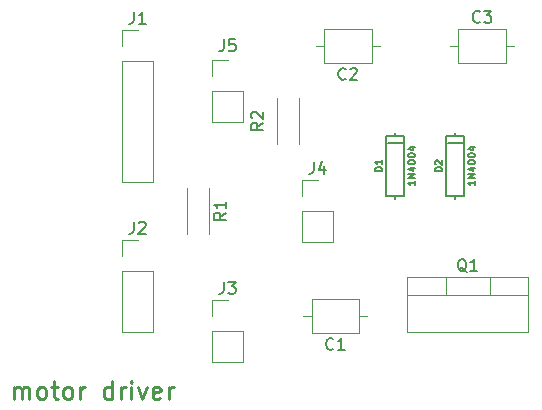
<source format=gbr>
%TF.GenerationSoftware,KiCad,Pcbnew,(6.0.4-0)*%
%TF.CreationDate,2022-05-15T14:18:18+03:00*%
%TF.ProjectId,Untitled,556e7469-746c-4656-942e-6b696361645f,rev?*%
%TF.SameCoordinates,Original*%
%TF.FileFunction,Legend,Top*%
%TF.FilePolarity,Positive*%
%FSLAX46Y46*%
G04 Gerber Fmt 4.6, Leading zero omitted, Abs format (unit mm)*
G04 Created by KiCad (PCBNEW (6.0.4-0)) date 2022-05-15 14:18:18*
%MOMM*%
%LPD*%
G01*
G04 APERTURE LIST*
%ADD10C,0.223800*%
%ADD11C,0.150000*%
%ADD12C,0.127000*%
%ADD13C,0.120000*%
%ADD14C,0.203200*%
G04 APERTURE END LIST*
D10*
X80987142Y-83228571D02*
X80987142Y-82228571D01*
X80987142Y-82371428D02*
X81058571Y-82300000D01*
X81201428Y-82228571D01*
X81415714Y-82228571D01*
X81558571Y-82300000D01*
X81630000Y-82442857D01*
X81630000Y-83228571D01*
X81630000Y-82442857D02*
X81701428Y-82300000D01*
X81844285Y-82228571D01*
X82058571Y-82228571D01*
X82201428Y-82300000D01*
X82272857Y-82442857D01*
X82272857Y-83228571D01*
X83201428Y-83228571D02*
X83058571Y-83157142D01*
X82987142Y-83085714D01*
X82915714Y-82942857D01*
X82915714Y-82514285D01*
X82987142Y-82371428D01*
X83058571Y-82300000D01*
X83201428Y-82228571D01*
X83415714Y-82228571D01*
X83558571Y-82300000D01*
X83630000Y-82371428D01*
X83701428Y-82514285D01*
X83701428Y-82942857D01*
X83630000Y-83085714D01*
X83558571Y-83157142D01*
X83415714Y-83228571D01*
X83201428Y-83228571D01*
X84130000Y-82228571D02*
X84701428Y-82228571D01*
X84344285Y-81728571D02*
X84344285Y-83014285D01*
X84415714Y-83157142D01*
X84558571Y-83228571D01*
X84701428Y-83228571D01*
X85415714Y-83228571D02*
X85272857Y-83157142D01*
X85201428Y-83085714D01*
X85130000Y-82942857D01*
X85130000Y-82514285D01*
X85201428Y-82371428D01*
X85272857Y-82300000D01*
X85415714Y-82228571D01*
X85630000Y-82228571D01*
X85772857Y-82300000D01*
X85844285Y-82371428D01*
X85915714Y-82514285D01*
X85915714Y-82942857D01*
X85844285Y-83085714D01*
X85772857Y-83157142D01*
X85630000Y-83228571D01*
X85415714Y-83228571D01*
X86558571Y-83228571D02*
X86558571Y-82228571D01*
X86558571Y-82514285D02*
X86630000Y-82371428D01*
X86701428Y-82300000D01*
X86844285Y-82228571D01*
X86987142Y-82228571D01*
X89272857Y-83228571D02*
X89272857Y-81728571D01*
X89272857Y-83157142D02*
X89130000Y-83228571D01*
X88844285Y-83228571D01*
X88701428Y-83157142D01*
X88630000Y-83085714D01*
X88558571Y-82942857D01*
X88558571Y-82514285D01*
X88630000Y-82371428D01*
X88701428Y-82300000D01*
X88844285Y-82228571D01*
X89130000Y-82228571D01*
X89272857Y-82300000D01*
X89987142Y-83228571D02*
X89987142Y-82228571D01*
X89987142Y-82514285D02*
X90058571Y-82371428D01*
X90130000Y-82300000D01*
X90272857Y-82228571D01*
X90415714Y-82228571D01*
X90915714Y-83228571D02*
X90915714Y-82228571D01*
X90915714Y-81728571D02*
X90844285Y-81800000D01*
X90915714Y-81871428D01*
X90987142Y-81800000D01*
X90915714Y-81728571D01*
X90915714Y-81871428D01*
X91487142Y-82228571D02*
X91844285Y-83228571D01*
X92201428Y-82228571D01*
X93344285Y-83157142D02*
X93201428Y-83228571D01*
X92915714Y-83228571D01*
X92772857Y-83157142D01*
X92701428Y-83014285D01*
X92701428Y-82442857D01*
X92772857Y-82300000D01*
X92915714Y-82228571D01*
X93201428Y-82228571D01*
X93344285Y-82300000D01*
X93415714Y-82442857D01*
X93415714Y-82585714D01*
X92701428Y-82728571D01*
X94058571Y-83228571D02*
X94058571Y-82228571D01*
X94058571Y-82514285D02*
X94130000Y-82371428D01*
X94201428Y-82300000D01*
X94344285Y-82228571D01*
X94487142Y-82228571D01*
D11*
%TO.C,C1*%
X108013333Y-78977142D02*
X107965714Y-79024761D01*
X107822857Y-79072380D01*
X107727619Y-79072380D01*
X107584761Y-79024761D01*
X107489523Y-78929523D01*
X107441904Y-78834285D01*
X107394285Y-78643809D01*
X107394285Y-78500952D01*
X107441904Y-78310476D01*
X107489523Y-78215238D01*
X107584761Y-78120000D01*
X107727619Y-78072380D01*
X107822857Y-78072380D01*
X107965714Y-78120000D01*
X108013333Y-78167619D01*
X108965714Y-79072380D02*
X108394285Y-79072380D01*
X108680000Y-79072380D02*
X108680000Y-78072380D01*
X108584761Y-78215238D01*
X108489523Y-78310476D01*
X108394285Y-78358095D01*
%TO.C,Q1*%
X119284761Y-72477619D02*
X119189523Y-72430000D01*
X119094285Y-72334761D01*
X118951428Y-72191904D01*
X118856190Y-72144285D01*
X118760952Y-72144285D01*
X118808571Y-72382380D02*
X118713333Y-72334761D01*
X118618095Y-72239523D01*
X118570476Y-72049047D01*
X118570476Y-71715714D01*
X118618095Y-71525238D01*
X118713333Y-71430000D01*
X118808571Y-71382380D01*
X118999047Y-71382380D01*
X119094285Y-71430000D01*
X119189523Y-71525238D01*
X119237142Y-71715714D01*
X119237142Y-72049047D01*
X119189523Y-72239523D01*
X119094285Y-72334761D01*
X118999047Y-72382380D01*
X118808571Y-72382380D01*
X120189523Y-72382380D02*
X119618095Y-72382380D01*
X119903809Y-72382380D02*
X119903809Y-71382380D01*
X119808571Y-71525238D01*
X119713333Y-71620476D01*
X119618095Y-71668095D01*
%TO.C,R2*%
X102052380Y-59856666D02*
X101576190Y-60190000D01*
X102052380Y-60428095D02*
X101052380Y-60428095D01*
X101052380Y-60047142D01*
X101100000Y-59951904D01*
X101147619Y-59904285D01*
X101242857Y-59856666D01*
X101385714Y-59856666D01*
X101480952Y-59904285D01*
X101528571Y-59951904D01*
X101576190Y-60047142D01*
X101576190Y-60428095D01*
X101147619Y-59475714D02*
X101100000Y-59428095D01*
X101052380Y-59332857D01*
X101052380Y-59094761D01*
X101100000Y-58999523D01*
X101147619Y-58951904D01*
X101242857Y-58904285D01*
X101338095Y-58904285D01*
X101480952Y-58951904D01*
X102052380Y-59523333D01*
X102052380Y-58904285D01*
%TO.C,R1*%
X98892380Y-67476666D02*
X98416190Y-67810000D01*
X98892380Y-68048095D02*
X97892380Y-68048095D01*
X97892380Y-67667142D01*
X97940000Y-67571904D01*
X97987619Y-67524285D01*
X98082857Y-67476666D01*
X98225714Y-67476666D01*
X98320952Y-67524285D01*
X98368571Y-67571904D01*
X98416190Y-67667142D01*
X98416190Y-68048095D01*
X98892380Y-66524285D02*
X98892380Y-67095714D01*
X98892380Y-66810000D02*
X97892380Y-66810000D01*
X98035238Y-66905238D01*
X98130476Y-67000476D01*
X98178095Y-67095714D01*
%TO.C,J5*%
X98726666Y-52792380D02*
X98726666Y-53506666D01*
X98679047Y-53649523D01*
X98583809Y-53744761D01*
X98440952Y-53792380D01*
X98345714Y-53792380D01*
X99679047Y-52792380D02*
X99202857Y-52792380D01*
X99155238Y-53268571D01*
X99202857Y-53220952D01*
X99298095Y-53173333D01*
X99536190Y-53173333D01*
X99631428Y-53220952D01*
X99679047Y-53268571D01*
X99726666Y-53363809D01*
X99726666Y-53601904D01*
X99679047Y-53697142D01*
X99631428Y-53744761D01*
X99536190Y-53792380D01*
X99298095Y-53792380D01*
X99202857Y-53744761D01*
X99155238Y-53697142D01*
%TO.C,J4*%
X106346666Y-63162380D02*
X106346666Y-63876666D01*
X106299047Y-64019523D01*
X106203809Y-64114761D01*
X106060952Y-64162380D01*
X105965714Y-64162380D01*
X107251428Y-63495714D02*
X107251428Y-64162380D01*
X107013333Y-63114761D02*
X106775238Y-63829047D01*
X107394285Y-63829047D01*
%TO.C,J3*%
X98726666Y-73322380D02*
X98726666Y-74036666D01*
X98679047Y-74179523D01*
X98583809Y-74274761D01*
X98440952Y-74322380D01*
X98345714Y-74322380D01*
X99107619Y-73322380D02*
X99726666Y-73322380D01*
X99393333Y-73703333D01*
X99536190Y-73703333D01*
X99631428Y-73750952D01*
X99679047Y-73798571D01*
X99726666Y-73893809D01*
X99726666Y-74131904D01*
X99679047Y-74227142D01*
X99631428Y-74274761D01*
X99536190Y-74322380D01*
X99250476Y-74322380D01*
X99155238Y-74274761D01*
X99107619Y-74227142D01*
%TO.C,J2*%
X91106666Y-68242380D02*
X91106666Y-68956666D01*
X91059047Y-69099523D01*
X90963809Y-69194761D01*
X90820952Y-69242380D01*
X90725714Y-69242380D01*
X91535238Y-68337619D02*
X91582857Y-68290000D01*
X91678095Y-68242380D01*
X91916190Y-68242380D01*
X92011428Y-68290000D01*
X92059047Y-68337619D01*
X92106666Y-68432857D01*
X92106666Y-68528095D01*
X92059047Y-68670952D01*
X91487619Y-69242380D01*
X92106666Y-69242380D01*
%TO.C,J1*%
X91106666Y-50467380D02*
X91106666Y-51181666D01*
X91059047Y-51324523D01*
X90963809Y-51419761D01*
X90820952Y-51467380D01*
X90725714Y-51467380D01*
X92106666Y-51467380D02*
X91535238Y-51467380D01*
X91820952Y-51467380D02*
X91820952Y-50467380D01*
X91725714Y-50610238D01*
X91630476Y-50705476D01*
X91535238Y-50753095D01*
D12*
%TO.C,D2*%
X117218771Y-63949942D02*
X116609171Y-63949942D01*
X116609171Y-63804800D01*
X116638200Y-63717714D01*
X116696257Y-63659657D01*
X116754314Y-63630628D01*
X116870428Y-63601600D01*
X116957514Y-63601600D01*
X117073628Y-63630628D01*
X117131685Y-63659657D01*
X117189742Y-63717714D01*
X117218771Y-63804800D01*
X117218771Y-63949942D01*
X116667228Y-63369371D02*
X116638200Y-63340342D01*
X116609171Y-63282285D01*
X116609171Y-63137142D01*
X116638200Y-63079085D01*
X116667228Y-63050057D01*
X116725285Y-63021028D01*
X116783342Y-63021028D01*
X116870428Y-63050057D01*
X117218771Y-63398400D01*
X117218771Y-63021028D01*
X120012771Y-64806285D02*
X120012771Y-65154628D01*
X120012771Y-64980457D02*
X119403171Y-64980457D01*
X119490257Y-65038514D01*
X119548314Y-65096571D01*
X119577342Y-65154628D01*
X120012771Y-64545028D02*
X119403171Y-64545028D01*
X120012771Y-64196685D01*
X119403171Y-64196685D01*
X119606371Y-63645142D02*
X120012771Y-63645142D01*
X119374142Y-63790285D02*
X119809571Y-63935428D01*
X119809571Y-63558057D01*
X119403171Y-63209714D02*
X119403171Y-63151657D01*
X119432200Y-63093600D01*
X119461228Y-63064571D01*
X119519285Y-63035542D01*
X119635400Y-63006514D01*
X119780542Y-63006514D01*
X119896657Y-63035542D01*
X119954714Y-63064571D01*
X119983742Y-63093600D01*
X120012771Y-63151657D01*
X120012771Y-63209714D01*
X119983742Y-63267771D01*
X119954714Y-63296800D01*
X119896657Y-63325828D01*
X119780542Y-63354857D01*
X119635400Y-63354857D01*
X119519285Y-63325828D01*
X119461228Y-63296800D01*
X119432200Y-63267771D01*
X119403171Y-63209714D01*
X119403171Y-62629142D02*
X119403171Y-62571085D01*
X119432200Y-62513028D01*
X119461228Y-62484000D01*
X119519285Y-62454971D01*
X119635400Y-62425942D01*
X119780542Y-62425942D01*
X119896657Y-62454971D01*
X119954714Y-62484000D01*
X119983742Y-62513028D01*
X120012771Y-62571085D01*
X120012771Y-62629142D01*
X119983742Y-62687200D01*
X119954714Y-62716228D01*
X119896657Y-62745257D01*
X119780542Y-62774285D01*
X119635400Y-62774285D01*
X119519285Y-62745257D01*
X119461228Y-62716228D01*
X119432200Y-62687200D01*
X119403171Y-62629142D01*
X119606371Y-61903428D02*
X120012771Y-61903428D01*
X119374142Y-62048571D02*
X119809571Y-62193714D01*
X119809571Y-61816342D01*
%TO.C,D1*%
X112138771Y-63949942D02*
X111529171Y-63949942D01*
X111529171Y-63804800D01*
X111558200Y-63717714D01*
X111616257Y-63659657D01*
X111674314Y-63630628D01*
X111790428Y-63601600D01*
X111877514Y-63601600D01*
X111993628Y-63630628D01*
X112051685Y-63659657D01*
X112109742Y-63717714D01*
X112138771Y-63804800D01*
X112138771Y-63949942D01*
X112138771Y-63021028D02*
X112138771Y-63369371D01*
X112138771Y-63195200D02*
X111529171Y-63195200D01*
X111616257Y-63253257D01*
X111674314Y-63311314D01*
X111703342Y-63369371D01*
X114932771Y-64806285D02*
X114932771Y-65154628D01*
X114932771Y-64980457D02*
X114323171Y-64980457D01*
X114410257Y-65038514D01*
X114468314Y-65096571D01*
X114497342Y-65154628D01*
X114932771Y-64545028D02*
X114323171Y-64545028D01*
X114932771Y-64196685D01*
X114323171Y-64196685D01*
X114526371Y-63645142D02*
X114932771Y-63645142D01*
X114294142Y-63790285D02*
X114729571Y-63935428D01*
X114729571Y-63558057D01*
X114323171Y-63209714D02*
X114323171Y-63151657D01*
X114352200Y-63093600D01*
X114381228Y-63064571D01*
X114439285Y-63035542D01*
X114555400Y-63006514D01*
X114700542Y-63006514D01*
X114816657Y-63035542D01*
X114874714Y-63064571D01*
X114903742Y-63093600D01*
X114932771Y-63151657D01*
X114932771Y-63209714D01*
X114903742Y-63267771D01*
X114874714Y-63296800D01*
X114816657Y-63325828D01*
X114700542Y-63354857D01*
X114555400Y-63354857D01*
X114439285Y-63325828D01*
X114381228Y-63296800D01*
X114352200Y-63267771D01*
X114323171Y-63209714D01*
X114323171Y-62629142D02*
X114323171Y-62571085D01*
X114352200Y-62513028D01*
X114381228Y-62484000D01*
X114439285Y-62454971D01*
X114555400Y-62425942D01*
X114700542Y-62425942D01*
X114816657Y-62454971D01*
X114874714Y-62484000D01*
X114903742Y-62513028D01*
X114932771Y-62571085D01*
X114932771Y-62629142D01*
X114903742Y-62687200D01*
X114874714Y-62716228D01*
X114816657Y-62745257D01*
X114700542Y-62774285D01*
X114555400Y-62774285D01*
X114439285Y-62745257D01*
X114381228Y-62716228D01*
X114352200Y-62687200D01*
X114323171Y-62629142D01*
X114526371Y-61903428D02*
X114932771Y-61903428D01*
X114294142Y-62048571D02*
X114729571Y-62193714D01*
X114729571Y-61816342D01*
D11*
%TO.C,C3*%
X120423333Y-51277142D02*
X120375714Y-51324761D01*
X120232857Y-51372380D01*
X120137619Y-51372380D01*
X119994761Y-51324761D01*
X119899523Y-51229523D01*
X119851904Y-51134285D01*
X119804285Y-50943809D01*
X119804285Y-50800952D01*
X119851904Y-50610476D01*
X119899523Y-50515238D01*
X119994761Y-50420000D01*
X120137619Y-50372380D01*
X120232857Y-50372380D01*
X120375714Y-50420000D01*
X120423333Y-50467619D01*
X120756666Y-50372380D02*
X121375714Y-50372380D01*
X121042380Y-50753333D01*
X121185238Y-50753333D01*
X121280476Y-50800952D01*
X121328095Y-50848571D01*
X121375714Y-50943809D01*
X121375714Y-51181904D01*
X121328095Y-51277142D01*
X121280476Y-51324761D01*
X121185238Y-51372380D01*
X120899523Y-51372380D01*
X120804285Y-51324761D01*
X120756666Y-51277142D01*
%TO.C,C2*%
X109053333Y-56117142D02*
X109005714Y-56164761D01*
X108862857Y-56212380D01*
X108767619Y-56212380D01*
X108624761Y-56164761D01*
X108529523Y-56069523D01*
X108481904Y-55974285D01*
X108434285Y-55783809D01*
X108434285Y-55640952D01*
X108481904Y-55450476D01*
X108529523Y-55355238D01*
X108624761Y-55260000D01*
X108767619Y-55212380D01*
X108862857Y-55212380D01*
X109005714Y-55260000D01*
X109053333Y-55307619D01*
X109434285Y-55307619D02*
X109481904Y-55260000D01*
X109577142Y-55212380D01*
X109815238Y-55212380D01*
X109910476Y-55260000D01*
X109958095Y-55307619D01*
X110005714Y-55402857D01*
X110005714Y-55498095D01*
X109958095Y-55640952D01*
X109386666Y-56212380D01*
X110005714Y-56212380D01*
D13*
%TO.C,C1*%
X106160000Y-77620000D02*
X110200000Y-77620000D01*
X106160000Y-74780000D02*
X106160000Y-77620000D01*
X110200000Y-77620000D02*
X110200000Y-74780000D01*
X105470000Y-76200000D02*
X106160000Y-76200000D01*
X110200000Y-74780000D02*
X106160000Y-74780000D01*
X110890000Y-76200000D02*
X110200000Y-76200000D01*
%TO.C,Q1*%
X114260000Y-72930000D02*
X124500000Y-72930000D01*
X117530000Y-72930000D02*
X117530000Y-74440000D01*
X121231000Y-72930000D02*
X121231000Y-74440000D01*
X114260000Y-72930000D02*
X114260000Y-77571000D01*
X114260000Y-77571000D02*
X124500000Y-77571000D01*
X124500000Y-72930000D02*
X124500000Y-77571000D01*
X114260000Y-74440000D02*
X124500000Y-74440000D01*
%TO.C,R2*%
X105060000Y-61610000D02*
X105060000Y-57770000D01*
X103220000Y-61610000D02*
X103220000Y-57770000D01*
%TO.C,R1*%
X95600000Y-65390000D02*
X95600000Y-69230000D01*
X97440000Y-65390000D02*
X97440000Y-69230000D01*
%TO.C,J5*%
X97730000Y-55880000D02*
X97730000Y-54550000D01*
X97730000Y-59750000D02*
X100390000Y-59750000D01*
X97730000Y-57150000D02*
X97730000Y-59750000D01*
X97730000Y-57150000D02*
X100390000Y-57150000D01*
X97730000Y-54550000D02*
X99060000Y-54550000D01*
X100390000Y-57150000D02*
X100390000Y-59750000D01*
%TO.C,J4*%
X108010000Y-67310000D02*
X108010000Y-69910000D01*
X105350000Y-64710000D02*
X106680000Y-64710000D01*
X105350000Y-67310000D02*
X108010000Y-67310000D01*
X105350000Y-67310000D02*
X105350000Y-69910000D01*
X105350000Y-69910000D02*
X108010000Y-69910000D01*
X105350000Y-66040000D02*
X105350000Y-64710000D01*
%TO.C,J3*%
X97730000Y-76200000D02*
X97730000Y-74870000D01*
X97730000Y-80070000D02*
X100390000Y-80070000D01*
X97730000Y-77470000D02*
X97730000Y-80070000D01*
X97730000Y-77470000D02*
X100390000Y-77470000D01*
X97730000Y-74870000D02*
X99060000Y-74870000D01*
X100390000Y-77470000D02*
X100390000Y-80070000D01*
%TO.C,J2*%
X90110000Y-77530000D02*
X92770000Y-77530000D01*
X90110000Y-72390000D02*
X90110000Y-77530000D01*
X90110000Y-71120000D02*
X90110000Y-69790000D01*
X92770000Y-72390000D02*
X92770000Y-77530000D01*
X90110000Y-69790000D02*
X91440000Y-69790000D01*
X90110000Y-72390000D02*
X92770000Y-72390000D01*
%TO.C,J1*%
X92770000Y-54615000D02*
X92770000Y-64835000D01*
X90110000Y-52015000D02*
X91440000Y-52015000D01*
X90110000Y-54615000D02*
X90110000Y-64835000D01*
X90110000Y-64835000D02*
X92770000Y-64835000D01*
X90110000Y-54615000D02*
X92770000Y-54615000D01*
X90110000Y-53345000D02*
X90110000Y-52015000D01*
D14*
%TO.C,D2*%
X117578000Y-66040000D02*
X117578000Y-60960000D01*
X117578000Y-60960000D02*
X118340000Y-60960000D01*
X118340000Y-60960000D02*
X119102000Y-60960000D01*
X119102000Y-60960000D02*
X119102000Y-66040000D01*
X119102000Y-66040000D02*
X118340000Y-66040000D01*
X118340000Y-66040000D02*
X117578000Y-66040000D01*
X118340000Y-60960000D02*
X118340000Y-60706000D01*
X118340000Y-66040000D02*
X118340000Y-66294000D01*
X117705000Y-61595000D02*
X118975000Y-61595000D01*
%TO.C,D1*%
X112498000Y-66040000D02*
X112498000Y-60960000D01*
X112498000Y-60960000D02*
X113260000Y-60960000D01*
X113260000Y-60960000D02*
X114022000Y-60960000D01*
X114022000Y-60960000D02*
X114022000Y-66040000D01*
X114022000Y-66040000D02*
X113260000Y-66040000D01*
X113260000Y-66040000D02*
X112498000Y-66040000D01*
X113260000Y-60960000D02*
X113260000Y-60706000D01*
X113260000Y-66040000D02*
X113260000Y-66294000D01*
X112625000Y-61595000D02*
X113895000Y-61595000D01*
D13*
%TO.C,C3*%
X117880000Y-53340000D02*
X118570000Y-53340000D01*
X118570000Y-54760000D02*
X122610000Y-54760000D01*
X123300000Y-53340000D02*
X122610000Y-53340000D01*
X118570000Y-51920000D02*
X118570000Y-54760000D01*
X122610000Y-54760000D02*
X122610000Y-51920000D01*
X122610000Y-51920000D02*
X118570000Y-51920000D01*
%TO.C,C2*%
X111930000Y-53340000D02*
X111240000Y-53340000D01*
X111240000Y-51920000D02*
X107200000Y-51920000D01*
X106510000Y-53340000D02*
X107200000Y-53340000D01*
X111240000Y-54760000D02*
X111240000Y-51920000D01*
X107200000Y-51920000D02*
X107200000Y-54760000D01*
X107200000Y-54760000D02*
X111240000Y-54760000D01*
%TD*%
M02*

</source>
